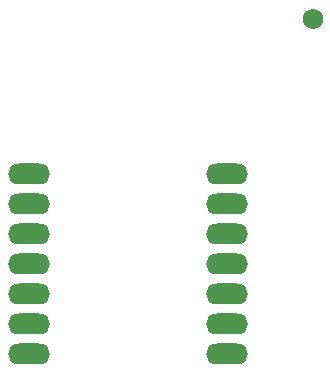
<source format=gbr>
%TF.GenerationSoftware,KiCad,Pcbnew,7.0.10*%
%TF.CreationDate,2024-01-26T16:43:20-08:00*%
%TF.ProjectId,FinalProject,46696e61-6c50-4726-9f6a-6563742e6b69,v2*%
%TF.SameCoordinates,Original*%
%TF.FileFunction,Soldermask,Bot*%
%TF.FilePolarity,Negative*%
%FSLAX46Y46*%
G04 Gerber Fmt 4.6, Leading zero omitted, Abs format (unit mm)*
G04 Created by KiCad (PCBNEW 7.0.10) date 2024-01-26 16:43:20*
%MOMM*%
%LPD*%
G01*
G04 APERTURE LIST*
%ADD10O,3.556000X1.778000*%
%ADD11C,1.726600*%
G04 APERTURE END LIST*
D10*
%TO.C,U1*%
X126927000Y-101854000D03*
X126927000Y-104394000D03*
X126927000Y-106934000D03*
X126927000Y-109474000D03*
X126927000Y-112014000D03*
X126927000Y-114554000D03*
X126927000Y-117094000D03*
X143691000Y-101854000D03*
X143691000Y-104394000D03*
X143691000Y-106934000D03*
X143691000Y-109474000D03*
X143691000Y-112014000D03*
X143691000Y-114554000D03*
X143691000Y-117094000D03*
%TD*%
D11*
%TO.C,IC1*%
X150941000Y-88724000D03*
%TD*%
M02*

</source>
